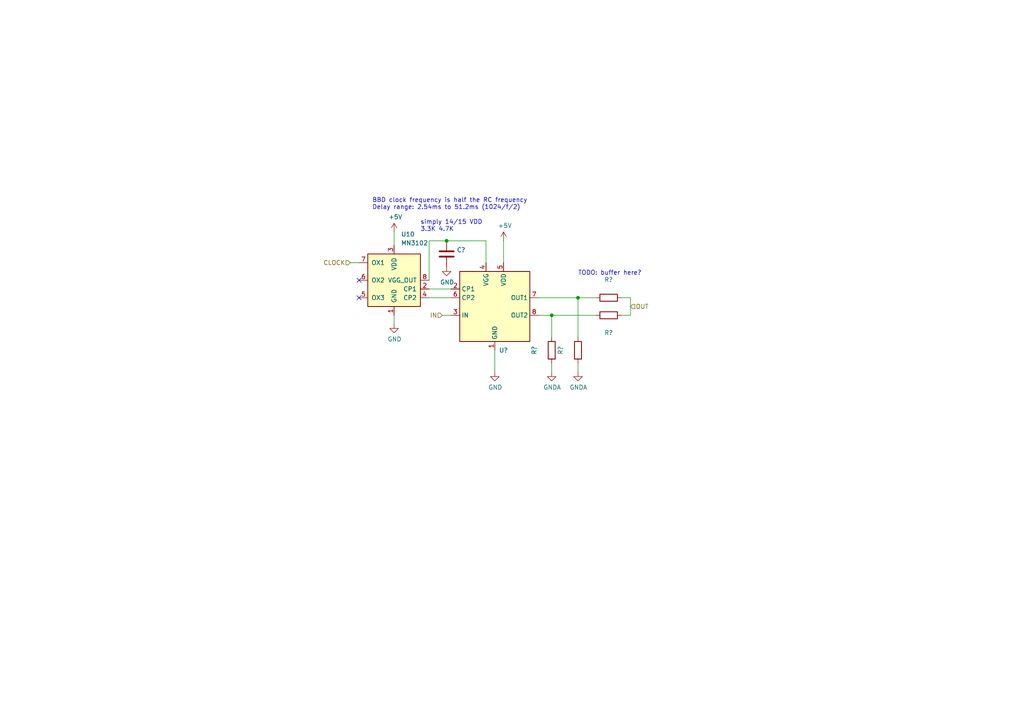
<source format=kicad_sch>
(kicad_sch (version 20211123) (generator eeschema)
  (paper "A4")
  (lib_symbols
    (symbol "Audio:MN3207"
      (property "Reference" "U" (at -10.16 12.7 0))
      (property "Value" "MN3207" (at 10.16 -12.7 0))
      (symbol "MN3207_0_1"
        (rectangle (start -10.16 10.16) (end 10.16 -10.16) (stroke (width 0.254)) (fill (type background)))
      )
      (symbol "MN3207_1_1"
        (pin power_in line (at 0 -12.7 90) (length 2.54) (name "GND") (number "1"))
        (pin input line (at -12.7 5.08 0) (length 2.54) (name "CP1") (number "2"))
        (pin input line (at -12.7 -2.54 0) (length 2.54) (name "IN") (number "3"))
        (pin power_in line (at -2.54 12.7 270) (length 2.54) (name "VGG") (number "4"))
        (pin power_in line (at 2.54 12.7 270) (length 2.54) (name "VDD") (number "5"))
        (pin input line (at -12.7 2.54 0) (length 2.54) (name "CP2") (number "6"))
        (pin output line (at 12.7 2.54 180) (length 2.54) (name "OUT1") (number "7"))
        (pin output line (at 12.7 -2.54 180) (length 2.54) (name "OUT2") (number "8"))
      )
    )
    (symbol "Device:C" (pin_numbers hide) (pin_names (offset 0.254))
      (property "Reference" "C" (at 0.635 2.54 0))
      (property "Value" "C" (at 0.635 -2.54 0))
      (symbol "C_0_1"
        (polyline (pts (xy -2.032 -0.762) (xy 2.032 -0.762)) (stroke (width 0.508)))
        (polyline (pts (xy -2.032 0.762) (xy 2.032 0.762)) (stroke (width 0.508)))
      )
      (symbol "C_1_1"
        (pin passive line (at 0 3.81 270) (length 2.794) (name "~") (number "1"))
        (pin passive line (at 0 -3.81 90) (length 2.794) (name "~") (number "2"))
      )
    )
    (symbol "Device:R" (pin_numbers hide) (pin_names (offset 0))
      (property "Reference" "R" (at 2.032 0 90))
      (property "Value" "R" (at 0 0 90))
      (symbol "R_0_1"
        (rectangle (start -1.016 -2.54) (end 1.016 2.54) (stroke (width 0.254)))
      )
      (symbol "R_1_1"
        (pin passive line (at 0 3.81 270) (length 1.27) (name "~") (number "1"))
        (pin passive line (at 0 -3.81 90) (length 1.27) (name "~") (number "2"))
      )
    )
    (symbol "Timer:MN3102" (pin_names (offset 1.016))
      (property "Reference" "U" (at -7.62 10.16 0))
      (property "Value" "MN3102" (at 7.62 -10.16 0))
      (symbol "MN3102_0_1"
        (rectangle (start -7.62 7.62) (end 7.62 -7.62) (stroke (width 0.254)) (fill (type background)))
      )
      (symbol "MN3102_1_1"
        (pin power_in line (at 0 -10.16 90) (length 2.54) (name "GND") (number "1"))
        (pin output line (at 10.16 -2.54 180) (length 2.54) (name "CP1") (number "2"))
        (pin power_in line (at 0 10.16 270) (length 2.54) (name "VDD") (number "3"))
        (pin output line (at 10.16 -5.08 180) (length 2.54) (name "CP2") (number "4"))
        (pin input line (at -10.16 -5.08 0) (length 2.54) (name "OX3") (number "5"))
        (pin input line (at -10.16 0 0) (length 2.54) (name "OX2") (number "6"))
        (pin input line (at -10.16 5.08 0) (length 2.54) (name "OX1") (number "7"))
        (pin power_out line (at 10.16 0 180) (length 2.54) (name "VGG_OUT") (number "8"))
      )
    )
    (symbol "power:+5V" (power) (pin_names (offset 0))
      (property "Value" "+5V" (at 0 3.556 0))
      (symbol "+5V_0_1"
        (polyline (pts (xy -0.762 1.27) (xy 0 2.54)))
        (polyline (pts (xy 0 0) (xy 0 2.54)))
        (polyline (pts (xy 0 2.54) (xy 0.762 1.27)))
      )
      (symbol "+5V_1_1"
        (pin power_in line (at 0 0 90) (length 0) hide (name "+5V") (number "1"))
      )
    )
    (symbol "power:GND" (power) (pin_names (offset 0))
      (property "Value" "GND" (at 0 -3.81 0))
      (symbol "GND_0_1"
        (polyline (pts (xy 0 0) (xy 0 -1.27) (xy 1.27 -1.27) (xy 0 -2.54) (xy -1.27 -1.27) (xy 0 -1.27)))
      )
      (symbol "GND_1_1"
        (pin power_in line (at 0 0 270) (length 0) hide (name "GND") (number "1"))
      )
    )
    (symbol "power:GNDA" (power) (pin_names (offset 0))
      (property "Value" "GNDA" (at 0 -3.81 0))
      (symbol "GNDA_0_1"
        (polyline (pts (xy 0 0) (xy 0 -1.27) (xy 1.27 -1.27) (xy 0 -2.54) (xy -1.27 -1.27) (xy 0 -1.27)))
      )
      (symbol "GNDA_1_1"
        (pin power_in line (at 0 0 270) (length 0) hide (name "GNDA") (number "1"))
      )
    )
  )
  (junction (at 167.64 86.36))
  (junction (at 129.54 69.85))
  (junction (at 160.02 91.44))
  (no_connect (at 104.14 81.28))
  (no_connect (at 104.14 86.36))
  (wire (pts (xy 124.46 86.36) (xy 130.81 86.36)))
  (wire (pts (xy 172.72 86.36) (xy 167.64 86.36)))
  (wire (pts (xy 167.64 86.36) (xy 167.64 97.79)))
  (wire (pts (xy 101.6 76.2) (xy 104.14 76.2)))
  (wire (pts (xy 167.64 107.95) (xy 167.64 105.41)))
  (wire (pts (xy 180.34 86.36) (xy 182.88 86.36)))
  (wire (pts (xy 160.02 91.44) (xy 156.21 91.44)))
  (wire (pts (xy 130.81 83.82) (xy 124.46 83.82)))
  (wire (pts (xy 129.54 69.85) (xy 140.97 69.85)))
  (wire (pts (xy 114.3 93.98) (xy 114.3 91.44)))
  (wire (pts (xy 114.3 71.12) (xy 114.3 67.31)))
  (wire (pts (xy 182.88 86.36) (xy 182.88 91.44)))
  (wire (pts (xy 156.21 86.36) (xy 167.64 86.36)))
  (wire (pts (xy 160.02 107.95) (xy 160.02 105.41)))
  (wire (pts (xy 124.46 81.28) (xy 124.46 69.85)))
  (wire (pts (xy 128.27 91.44) (xy 130.81 91.44)))
  (wire (pts (xy 140.97 69.85) (xy 140.97 76.2)))
  (wire (pts (xy 146.05 76.2) (xy 146.05 69.85)))
  (wire (pts (xy 172.72 91.44) (xy 160.02 91.44)))
  (wire (pts (xy 124.46 69.85) (xy 129.54 69.85)))
  (wire (pts (xy 160.02 97.79) (xy 160.02 91.44)))
  (wire (pts (xy 182.88 91.44) (xy 180.34 91.44)))
  (wire (pts (xy 143.51 107.95) (xy 143.51 101.6)))
  (text "simply 14/15 VDD\n3.3K 4.7K" (at 121.92 67.31 0) (effects (font (size 1.27 1.27)) (justify left bottom)))
  (text "TODO: buffer here?" (at 167.64 80.01 0) (effects (font (size 1.27 1.27)) (justify left bottom)))
  (text "BBD clock frequency is half the RC frequency\nDelay range: 2.54ms to 51.2ms (1024/f/2)" (at 107.95 60.96 0) (effects (font (size 1.27 1.27)) (justify left bottom)))
  (hierarchical_label "OUT" (shape input) (at 182.88 88.9 0))
  (hierarchical_label "IN" (shape input) (at 128.27 91.44 180))
  (hierarchical_label "CLOCK" (shape input) (at 101.6 76.2 180))
  (symbol (lib_id "power:+5V") (at 114.3 67.31 0) (unit 1)
    (property "Reference" "#PWR?" (effects hide))
  )
  (symbol (lib_id "power:+5V") (at 146.05 69.85 0) (unit 1)
    (property "Reference" "#PWR?" (effects hide))
  )
  (symbol (lib_id "Device:R") (at 176.53 91.44 270) (unit 1)
    (property "Reference" "R?" (at 176.53 96.52 90))
    (property "Footprint" "kicad-legacy/kicad-footprints/Resistor_THT.pretty:R_Axial_DIN0204_L3.6mm_D1.6mm_P2.54mm_Vertical" (effects hide))
  )
  (symbol (lib_id "Device:R") (at 176.53 86.36 270) (unit 1)
    (property "Reference" "R?" (at 176.53 81.1022 90))
    (property "Footprint" "kicad-legacy/kicad-footprints/Resistor_THT.pretty:R_Axial_DIN0204_L3.6mm_D1.6mm_P2.54mm_Vertical" (effects hide))
  )
  (symbol (lib_id "power:GND") (at 129.54 77.47 0) (unit 1)
    (property "Reference" "#PWR?" (effects hide))
  )
  (symbol (lib_id "Device:C") (at 129.54 73.66 180) (unit 1)
    (property "Reference" "C?" (at 132.461 72.4916 0) (effects (justify right)))
  )
  (symbol (lib_id "Audio:MN3207") (at 143.51 88.9 0) (unit 1)
    (property "Reference" "U?" (at 146.05 101.6 0))
    (property "Footprint" "kicad-legacy/Housings_DIP.pretty:DIP-8_W7.62mm" (effects hide))
    (property "Datasheet" "http://www.ti.com/lit/ds/symlink/tl071.pdf" (effects hide))
  )
  (symbol (lib_id "power:GNDA") (at 167.64 107.95 0) (unit 1)
    (property "Reference" "#PWR?" (effects hide))
  )
  (symbol (lib_id "power:GNDA") (at 160.02 107.95 0) (unit 1)
    (property "Reference" "#PWR?" (effects hide))
  )
  (symbol (lib_id "Device:R") (at 160.02 101.6 180) (unit 1)
    (property "Reference" "R?" (at 154.94 101.6 90))
    (property "Footprint" "kicad-legacy/kicad-footprints/Resistor_THT.pretty:R_Axial_DIN0204_L3.6mm_D1.6mm_P2.54mm_Vertical" (effects hide))
  )
  (symbol (lib_id "power:GND") (at 143.51 107.95 0) (unit 1)
    (property "Reference" "#PWR?" (effects hide))
  )
  (symbol (lib_id "Device:R") (at 167.64 101.6 180) (unit 1)
    (property "Reference" "R?" (at 162.56 101.6 90))
    (property "Footprint" "kicad-legacy/kicad-footprints/Resistor_THT.pretty:R_Axial_DIN0204_L3.6mm_D1.6mm_P2.54mm_Vertical" (effects hide))
  )
  (symbol (lib_id "power:GND") (at 114.3 93.98 0) (unit 1)
    (property "Reference" "#PWR?" (effects hide))
  )
  (symbol (lib_id "Timer:MN3102") (at 114.3 81.28 0) (unit 1)
    (property "Reference" "U10" (at 116.3194 67.945 0) (effects (justify left)))
    (property "Value" "MN3102" (at 116.3194 70.485 0) (effects (justify left)))
    (property "Footprint" "kicad-legacy/Housings_DIP.pretty:DIP-8_W7.62mm" (effects hide))
    (property "Datasheet" "http://www.experimentalistsanonymous.com/diy/Datasheets/MN3102.pdf" (effects hide))
  )
)
</source>
